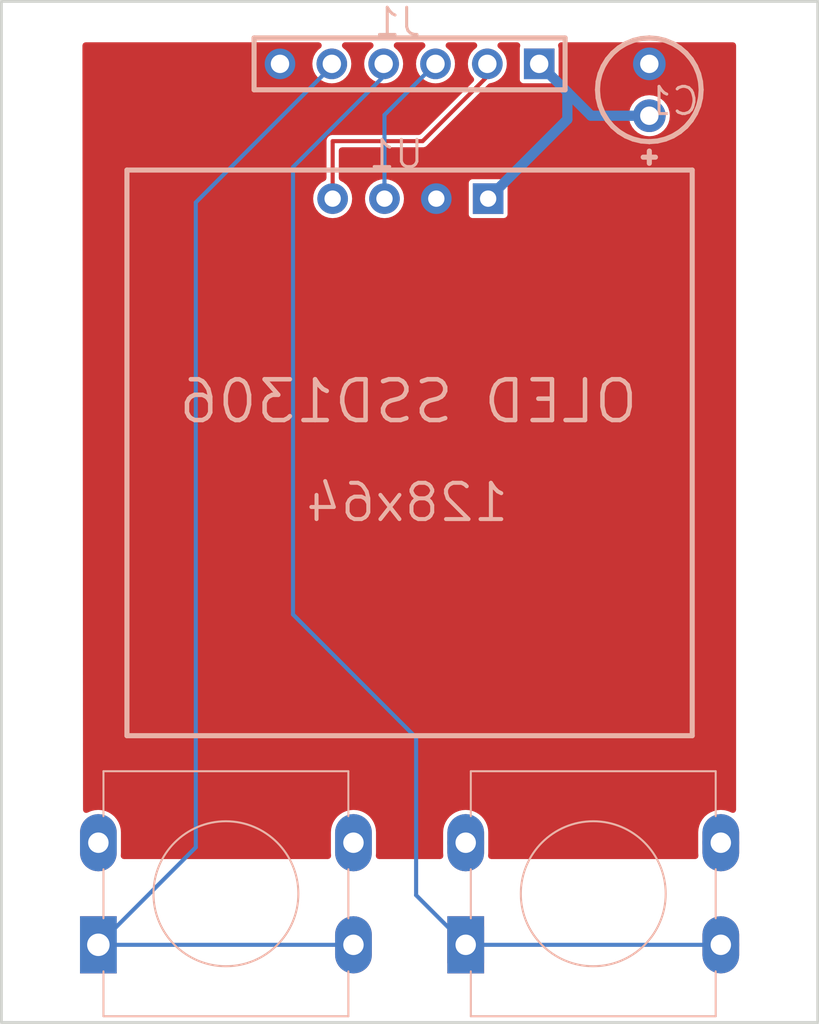
<source format=kicad_pcb>
(kicad_pcb (version 20240108) (generator "pcbnew") (generator_version "8.0")
  (layers (0 "F.Cu" signal) (31 "B.Cu" signal) (34 "B.Paste" user) (35 "F.Paste" user) (36 "B.SilkS" user "B.Silkscreen") (37 "F.SilkS" user "F.Silkscreen") (38 "B.Mask" user) (39 "F.Mask" user) (44 "Edge.Cuts" user))
  (net 0 "")
  (net 1 "Net_0")
  (net 2 "Net_1")
  (net 3 "Net_2")
  (net 4 "Net_3")
  (net 5 "Net_5")
  (net 6 "Net_6")
  (footprint "screenModule:PAD_PAD2" (layer "B.Cu") (at 145.7511 121.2011)
    (property "Reference" "PAD4" (hide yes))
    (property "Value" "PAD" (hide yes))
    (fp_poly (pts (xy 0.141157 1.388991) (xy 0.278311 1.355954) (xy 0.408457 1.301893) (xy 0.528588 1.227812) (xy 0.63671 1.13671) (xy 0.727812 1.028588) (xy 0.801893 0.908457) (xy 0.855954 0.778311) (xy 0.888991 0.641157) (xy 0.9 0.500039) (xy 0.9 -0.500039) (xy 0.888991 -0.641157) (xy 0.855954 -0.778311) (xy 0.801893 -0.908457) (xy 0.727812 -1.028588) (xy 0.63671 -1.13671) (xy 0.528588 -1.227812) (xy 0.408457 -1.301893) (xy 0.278311 -1.355954) (xy 0.141157 -1.388991) (xy 0 -1.400003) (xy -0.141157 -1.388991) (xy -0.278311 -1.355954) (xy -0.408457 -1.301893) (xy -0.528588 -1.227812) (xy -0.63671 -1.13671) (xy -0.727812 -1.028588) (xy -0.801893 -0.908457) (xy -0.855954 -0.778311) (xy -0.888991 -0.641157) (xy -0.9 -0.500039) (xy -0.9 0.500039) (xy -0.888991 0.641157) (xy -0.855954 0.778311) (xy -0.801893 0.908457) (xy -0.727812 1.028588) (xy -0.63671 1.13671) (xy -0.528588 1.227812) (xy -0.408457 1.301893) (xy -0.278311 1.355954) (xy -0.141157 1.388991) (xy 0 1.400003)) (fill solid) (layer "F.Cu"))
    (fp_poly (pts (xy 0.141157 1.388991) (xy 0.278311 1.355954) (xy 0.408457 1.301893) (xy 0.528588 1.227812) (xy 0.63671 1.13671) (xy 0.727812 1.028588) (xy 0.801893 0.908457) (xy 0.855954 0.778311) (xy 0.888991 0.641157) (xy 0.9 0.500039) (xy 0.9 -0.500039) (xy 0.888991 -0.641157) (xy 0.855954 -0.778311) (xy 0.801893 -0.908457) (xy 0.727812 -1.028588) (xy 0.63671 -1.13671) (xy 0.528588 -1.227812) (xy 0.408457 -1.301893) (xy 0.278311 -1.355954) (xy 0.141157 -1.388991) (xy 0 -1.400003) (xy -0.141157 -1.388991) (xy -0.278311 -1.355954) (xy -0.408457 -1.301893) (xy -0.528588 -1.227812) (xy -0.63671 -1.13671) (xy -0.727812 -1.028588) (xy -0.801893 -0.908457) (xy -0.855954 -0.778311) (xy -0.888991 -0.641157) (xy -0.9 -0.500039) (xy -0.9 0.500039) (xy -0.888991 0.641157) (xy -0.855954 0.778311) (xy -0.801893 0.908457) (xy -0.727812 1.028588) (xy -0.63671 1.13671) (xy -0.528588 1.227812) (xy -0.408457 1.301893) (xy -0.278311 1.355954) (xy -0.141157 1.388991) (xy 0 1.400003)) (fill solid) (layer "B.Cu"))
    (pad "2" thru_hole circle (at 0 0) (size 1.8 1.8) (drill 1) (layers "*.Cu"))
  )
  (footprint "screenModule:PAD_PAD2" (layer "B.Cu") (at 133.2511 121.2011)
    (property "Reference" "PAD3" (hide yes))
    (property "Value" "PAD" (hide yes))
    (fp_poly (pts (xy 0.141157 1.388991) (xy 0.278311 1.355954) (xy 0.408457 1.301893) (xy 0.528588 1.227812) (xy 0.63671 1.13671) (xy 0.727812 1.028588) (xy 0.801893 0.908457) (xy 0.855954 0.778311) (xy 0.888991 0.641157) (xy 0.9 0.500039) (xy 0.9 -0.500039) (xy 0.888991 -0.641157) (xy 0.855954 -0.778311) (xy 0.801893 -0.908457) (xy 0.727812 -1.028588) (xy 0.63671 -1.13671) (xy 0.528588 -1.227812) (xy 0.408457 -1.301893) (xy 0.278311 -1.355954) (xy 0.141157 -1.388991) (xy 0 -1.400003) (xy -0.141157 -1.388991) (xy -0.278311 -1.355954) (xy -0.408457 -1.301893) (xy -0.528588 -1.227812) (xy -0.63671 -1.13671) (xy -0.727812 -1.028588) (xy -0.801893 -0.908457) (xy -0.855954 -0.778311) (xy -0.888991 -0.641157) (xy -0.9 -0.500039) (xy -0.9 0.500039) (xy -0.888991 0.641157) (xy -0.855954 0.778311) (xy -0.801893 0.908457) (xy -0.727812 1.028588) (xy -0.63671 1.13671) (xy -0.528588 1.227812) (xy -0.408457 1.301893) (xy -0.278311 1.355954) (xy -0.141157 1.388991) (xy 0 1.400003)) (fill solid) (layer "F.Cu"))
    (fp_poly (pts (xy 0.141157 1.388991) (xy 0.278311 1.355954) (xy 0.408457 1.301893) (xy 0.528588 1.227812) (xy 0.63671 1.13671) (xy 0.727812 1.028588) (xy 0.801893 0.908457) (xy 0.855954 0.778311) (xy 0.888991 0.641157) (xy 0.9 0.500039) (xy 0.9 -0.500039) (xy 0.888991 -0.641157) (xy 0.855954 -0.778311) (xy 0.801893 -0.908457) (xy 0.727812 -1.028588) (xy 0.63671 -1.13671) (xy 0.528588 -1.227812) (xy 0.408457 -1.301893) (xy 0.278311 -1.355954) (xy 0.141157 -1.388991) (xy 0 -1.400003) (xy -0.141157 -1.388991) (xy -0.278311 -1.355954) (xy -0.408457 -1.301893) (xy -0.528588 -1.227812) (xy -0.63671 -1.13671) (xy -0.727812 -1.028588) (xy -0.801893 -0.908457) (xy -0.855954 -0.778311) (xy -0.888991 -0.641157) (xy -0.9 -0.500039) (xy -0.9 0.500039) (xy -0.888991 0.641157) (xy -0.855954 0.778311) (xy -0.801893 0.908457) (xy -0.727812 1.028588) (xy -0.63671 1.13671) (xy -0.528588 1.227812) (xy -0.408457 1.301893) (xy -0.278311 1.355954) (xy -0.141157 1.388991) (xy 0 1.400003)) (fill solid) (layer "B.Cu"))
    (pad "2" thru_hole circle (at 0 0) (size 1.8 1.8) (drill 1) (layers "*.Cu"))
  )
  (footprint "screenModule:PAD_PAD2" (layer "B.Cu") (at 145.7511 126.2011)
    (property "Reference" "PAD2" (hide yes))
    (property "Value" "PAD" (hide yes))
    (fp_poly (pts (xy 0.141157 1.388991) (xy 0.278311 1.355954) (xy 0.408457 1.301893) (xy 0.528588 1.227812) (xy 0.63671 1.13671) (xy 0.727812 1.028588) (xy 0.801893 0.908457) (xy 0.855954 0.778311) (xy 0.888991 0.641157) (xy 0.9 0.500039) (xy 0.9 -0.500039) (xy 0.888991 -0.641157) (xy 0.855954 -0.778311) (xy 0.801893 -0.908457) (xy 0.727812 -1.028588) (xy 0.63671 -1.13671) (xy 0.528588 -1.227812) (xy 0.408457 -1.301893) (xy 0.278311 -1.355954) (xy 0.141157 -1.388991) (xy 0 -1.400003) (xy -0.141157 -1.388991) (xy -0.278311 -1.355954) (xy -0.408457 -1.301893) (xy -0.528588 -1.227812) (xy -0.63671 -1.13671) (xy -0.727812 -1.028588) (xy -0.801893 -0.908457) (xy -0.855954 -0.778311) (xy -0.888991 -0.641157) (xy -0.9 -0.500039) (xy -0.9 0.500039) (xy -0.888991 0.641157) (xy -0.855954 0.778311) (xy -0.801893 0.908457) (xy -0.727812 1.028588) (xy -0.63671 1.13671) (xy -0.528588 1.227812) (xy -0.408457 1.301893) (xy -0.278311 1.355954) (xy -0.141157 1.388991) (xy 0 1.400003)) (fill solid) (layer "F.Cu"))
    (fp_poly (pts (xy 0.141157 1.388991) (xy 0.278311 1.355954) (xy 0.408457 1.301893) (xy 0.528588 1.227812) (xy 0.63671 1.13671) (xy 0.727812 1.028588) (xy 0.801893 0.908457) (xy 0.855954 0.778311) (xy 0.888991 0.641157) (xy 0.9 0.500039) (xy 0.9 -0.500039) (xy 0.888991 -0.641157) (xy 0.855954 -0.778311) (xy 0.801893 -0.908457) (xy 0.727812 -1.028588) (xy 0.63671 -1.13671) (xy 0.528588 -1.227812) (xy 0.408457 -1.301893) (xy 0.278311 -1.355954) (xy 0.141157 -1.388991) (xy 0 -1.400003) (xy -0.141157 -1.388991) (xy -0.278311 -1.355954) (xy -0.408457 -1.301893) (xy -0.528588 -1.227812) (xy -0.63671 -1.13671) (xy -0.727812 -1.028588) (xy -0.801893 -0.908457) (xy -0.855954 -0.778311) (xy -0.888991 -0.641157) (xy -0.9 -0.500039) (xy -0.9 0.500039) (xy -0.888991 0.641157) (xy -0.855954 0.778311) (xy -0.801893 0.908457) (xy -0.727812 1.028588) (xy -0.63671 1.13671) (xy -0.528588 1.227812) (xy -0.408457 1.301893) (xy -0.278311 1.355954) (xy -0.141157 1.388991) (xy 0 1.400003)) (fill solid) (layer "B.Cu"))
    (pad "2" thru_hole circle (at 0 0) (size 1.8 1.8) (drill 1) (layers "*.Cu") (net 5 "Net_5"))
  )
  (footprint "screenModule:PAD_PAD2" (layer "B.Cu") (at 163.7511 126.2011)
    (property "Reference" "PAD6" (hide yes))
    (property "Value" "PAD" (hide yes))
    (fp_poly (pts (xy 0.141157 1.388991) (xy 0.278311 1.355954) (xy 0.408457 1.301893) (xy 0.528588 1.227812) (xy 0.63671 1.13671) (xy 0.727812 1.028588) (xy 0.801893 0.908457) (xy 0.855954 0.778311) (xy 0.888991 0.641157) (xy 0.9 0.500039) (xy 0.9 -0.500039) (xy 0.888991 -0.641157) (xy 0.855954 -0.778311) (xy 0.801893 -0.908457) (xy 0.727812 -1.028588) (xy 0.63671 -1.13671) (xy 0.528588 -1.227812) (xy 0.408457 -1.301893) (xy 0.278311 -1.355954) (xy 0.141157 -1.388991) (xy 0 -1.400003) (xy -0.141157 -1.388991) (xy -0.278311 -1.355954) (xy -0.408457 -1.301893) (xy -0.528588 -1.227812) (xy -0.63671 -1.13671) (xy -0.727812 -1.028588) (xy -0.801893 -0.908457) (xy -0.855954 -0.778311) (xy -0.888991 -0.641157) (xy -0.9 -0.500039) (xy -0.9 0.500039) (xy -0.888991 0.641157) (xy -0.855954 0.778311) (xy -0.801893 0.908457) (xy -0.727812 1.028588) (xy -0.63671 1.13671) (xy -0.528588 1.227812) (xy -0.408457 1.301893) (xy -0.278311 1.355954) (xy -0.141157 1.388991) (xy 0 1.400003)) (fill solid) (layer "F.Cu"))
    (fp_poly (pts (xy 0.141157 1.388991) (xy 0.278311 1.355954) (xy 0.408457 1.301893) (xy 0.528588 1.227812) (xy 0.63671 1.13671) (xy 0.727812 1.028588) (xy 0.801893 0.908457) (xy 0.855954 0.778311) (xy 0.888991 0.641157) (xy 0.9 0.500039) (xy 0.9 -0.500039) (xy 0.888991 -0.641157) (xy 0.855954 -0.778311) (xy 0.801893 -0.908457) (xy 0.727812 -1.028588) (xy 0.63671 -1.13671) (xy 0.528588 -1.227812) (xy 0.408457 -1.301893) (xy 0.278311 -1.355954) (xy 0.141157 -1.388991) (xy 0 -1.400003) (xy -0.141157 -1.388991) (xy -0.278311 -1.355954) (xy -0.408457 -1.301893) (xy -0.528588 -1.227812) (xy -0.63671 -1.13671) (xy -0.727812 -1.028588) (xy -0.801893 -0.908457) (xy -0.855954 -0.778311) (xy -0.888991 -0.641157) (xy -0.9 -0.500039) (xy -0.9 0.500039) (xy -0.888991 0.641157) (xy -0.855954 0.778311) (xy -0.801893 0.908457) (xy -0.727812 1.028588) (xy -0.63671 1.13671) (xy -0.528588 1.227812) (xy -0.408457 1.301893) (xy -0.278311 1.355954) (xy -0.141157 1.388991) (xy 0 1.400003)) (fill solid) (layer "B.Cu"))
    (pad "2" thru_hole circle (at 0 0) (size 1.8 1.8) (drill 1) (layers "*.Cu") (net 6 "Net_6"))
  )
  (footprint "screenModule:HDR-1x6" (layer "B.Cu") (at 148.5011 83.0611 180)
    (property "Reference" "J1" (hide yes))
    (property "Value" "HDR-1X6" (hide yes))
    (fp_line (start 7.62 1.27) (end 7.62 -1.27) (stroke (width 0.25)) (layer "B.SilkS"))
    (fp_line (start 7.62 1.27) (end -7.62 1.27) (stroke (width 0.25)) (layer "B.SilkS"))
    (fp_line (start 7.62 -1.27) (end -7.62 -1.27) (stroke (width 0.25)) (layer "B.SilkS"))
    (fp_line (start -7.62 1.27) (end -7.62 -1.27) (stroke (width 0.25)) (layer "B.SilkS"))
    (pad "1" thru_hole rect (at -6.35 0 180) (size 1.5 1.5) (drill 0.9) (layers "*.Cu" "*.Mask") (net 2 "Net_1"))
    (pad "2" thru_hole circle (at -3.81 0 180) (size 1.5 1.5) (drill 0.9) (layers "*.Cu" "*.Mask") (net 3 "Net_2"))
    (pad "3" thru_hole circle (at -1.27 0 180) (size 1.5 1.5) (drill 0.9) (layers "*.Cu" "*.Mask") (net 4 "Net_3"))
    (pad "4" thru_hole circle (at 1.27 0 180) (size 1.5 1.5) (drill 0.9) (layers "*.Cu" "*.Mask") (net 6 "Net_6"))
    (pad "5" thru_hole circle (at 3.81 0 180) (size 1.5 1.5) (drill 0.9) (layers "*.Cu" "*.Mask") (net 5 "Net_5"))
    (pad "6" thru_hole circle (at 6.35 0 180) (size 1.5 1.5) (drill 0.9) (layers "*.Cu" "*.Mask") (net 1 "Net_0"))
  )
  (footprint "screenModule:CAPPR-2.54_5.08" (layer "B.Cu") (at 160.2486 84.3311 90)
    (property "Reference" "C1" (hide yes))
    (property "Value" "4.7uF" (hide yes))
    (fp_line (start 0.001 -2.54) (end -0.396 -2.509) (stroke (width 0.25)) (layer "B.SilkS"))
    (fp_line (start 0.398 -2.509) (end 0.001 -2.54) (stroke (width 0.25)) (layer "B.SilkS"))
    (fp_line (start -0.396 -2.509) (end -0.784 -2.416) (stroke (width 0.25)) (layer "B.SilkS"))
    (fp_line (start 0.785 -2.416) (end 0.398 -2.509) (stroke (width 0.25)) (layer "B.SilkS"))
    (fp_line (start -0.784 -2.416) (end -1.152 -2.263) (stroke (width 0.25)) (layer "B.SilkS"))
    (fp_line (start 1.153 -2.263) (end 0.785 -2.416) (stroke (width 0.25)) (layer "B.SilkS"))
    (fp_line (start -1.152 -2.263) (end -1.492 -2.055) (stroke (width 0.25)) (layer "B.SilkS"))
    (fp_line (start 1.493 -2.055) (end 1.153 -2.263) (stroke (width 0.25)) (layer "B.SilkS"))
    (fp_line (start -1.492 -2.055) (end -1.795 -1.796) (stroke (width 0.25)) (layer "B.SilkS"))
    (fp_line (start 1.796 -1.796) (end 1.493 -2.055) (stroke (width 0.25)) (layer "B.SilkS"))
    (fp_line (start -1.795 -1.796) (end -2.053 -1.493) (stroke (width 0.25)) (layer "B.SilkS"))
    (fp_line (start 2.055 -1.493) (end 1.796 -1.796) (stroke (width 0.25)) (layer "B.SilkS"))
    (fp_line (start -2.053 -1.493) (end -2.262 -1.154) (stroke (width 0.25)) (layer "B.SilkS"))
    (fp_line (start 2.263 -1.154) (end 2.055 -1.493) (stroke (width 0.25)) (layer "B.SilkS"))
    (fp_line (start -2.262 -1.154) (end -2.414 -0.786) (stroke (width 0.25)) (layer "B.SilkS"))
    (fp_line (start 2.416 -0.786) (end 2.263 -1.154) (stroke (width 0.25)) (layer "B.SilkS"))
    (fp_line (start -2.414 -0.786) (end -2.507 -0.398) (stroke (width 0.25)) (layer "B.SilkS"))
    (fp_line (start 2.509 -0.398) (end 2.416 -0.786) (stroke (width 0.25)) (layer "B.SilkS"))
    (fp_line (start -2.507 -0.398) (end -2.538 -0.001) (stroke (width 0.25)) (layer "B.SilkS"))
    (fp_line (start 2.54 -0.001) (end 2.509 -0.398) (stroke (width 0.25)) (layer "B.SilkS"))
    (fp_line (start -2.538 -0.001) (end -2.538 0.001) (stroke (width 0.25)) (layer "B.SilkS"))
    (fp_line (start -2.999 0) (end -3.599 0) (stroke (width 0.25)) (layer "B.SilkS"))
    (fp_line (start 2.54 0.001) (end 2.54 -0.001) (stroke (width 0.25)) (layer "B.SilkS"))
    (fp_line (start -2.538 0.001) (end -2.507 0.398) (stroke (width 0.25)) (layer "B.SilkS"))
    (fp_line (start -3.299 0.3) (end -3.299 -0.3) (stroke (width 0.25)) (layer "B.SilkS"))
    (fp_line (start 2.509 0.398) (end 2.54 0.001) (stroke (width 0.25)) (layer "B.SilkS"))
    (fp_line (start -2.507 0.398) (end -2.414 0.786) (stroke (width 0.25)) (layer "B.SilkS"))
    (fp_line (start 2.416 0.786) (end 2.509 0.398) (stroke (width 0.25)) (layer "B.SilkS"))
    (fp_line (start -2.414 0.786) (end -2.262 1.154) (stroke (width 0.25)) (layer "B.SilkS"))
    (fp_line (start 2.263 1.154) (end 2.416 0.786) (stroke (width 0.25)) (layer "B.SilkS"))
    (fp_line (start -2.262 1.154) (end -2.053 1.493) (stroke (width 0.25)) (layer "B.SilkS"))
    (fp_line (start 2.055 1.493) (end 2.263 1.154) (stroke (width 0.25)) (layer "B.SilkS"))
    (fp_line (start -2.053 1.493) (end -1.795 1.796) (stroke (width 0.25)) (layer "B.SilkS"))
    (fp_line (start 1.796 1.796) (end 2.055 1.493) (stroke (width 0.25)) (layer "B.SilkS"))
    (fp_line (start -1.795 1.796) (end -1.492 2.055) (stroke (width 0.25)) (layer "B.SilkS"))
    (fp_line (start 1.493 2.055) (end 1.796 1.796) (stroke (width 0.25)) (layer "B.SilkS"))
    (fp_line (start -1.492 2.055) (end -1.152 2.263) (stroke (width 0.25)) (layer "B.SilkS"))
    (fp_line (start 1.153 2.263) (end 1.493 2.055) (stroke (width 0.25)) (layer "B.SilkS"))
    (fp_line (start -1.152 2.263) (end -0.784 2.416) (stroke (width 0.25)) (layer "B.SilkS"))
    (fp_line (start 0.785 2.416) (end 1.153 2.263) (stroke (width 0.25)) (layer "B.SilkS"))
    (fp_line (start -0.784 2.416) (end -0.396 2.509) (stroke (width 0.25)) (layer "B.SilkS"))
    (fp_line (start 0.398 2.509) (end 0.785 2.416) (stroke (width 0.25)) (layer "B.SilkS"))
    (fp_line (start -0.396 2.509) (end 0.001 2.54) (stroke (width 0.25)) (layer "B.SilkS"))
    (fp_line (start 0.001 2.54) (end 0.398 2.509) (stroke (width 0.25)) (layer "B.SilkS"))
    (pad "1" thru_hole circle (at -1.27 0 90) (size 1.6 1.6) (drill 0.9) (layers "*.Cu" "*.Mask") (net 2 "Net_1"))
    (pad "2" thru_hole circle (at 1.27 0 90) (size 1.6 1.6) (drill 0.9) (layers "*.Cu" "*.Mask") (net 1 "Net_0"))
  )
  (footprint "screenModule:PAD_PAD2" (layer "B.Cu") (at 163.7511 121.2011)
    (property "Reference" "PAD8" (hide yes))
    (property "Value" "PAD" (hide yes))
    (fp_poly (pts (xy 0.141157 1.388991) (xy 0.278311 1.355954) (xy 0.408457 1.301893) (xy 0.528588 1.227812) (xy 0.63671 1.13671) (xy 0.727812 1.028588) (xy 0.801893 0.908457) (xy 0.855954 0.778311) (xy 0.888991 0.641157) (xy 0.9 0.500039) (xy 0.9 -0.500039) (xy 0.888991 -0.641157) (xy 0.855954 -0.778311) (xy 0.801893 -0.908457) (xy 0.727812 -1.028588) (xy 0.63671 -1.13671) (xy 0.528588 -1.227812) (xy 0.408457 -1.301893) (xy 0.278311 -1.355954) (xy 0.141157 -1.388991) (xy 0 -1.400003) (xy -0.141157 -1.388991) (xy -0.278311 -1.355954) (xy -0.408457 -1.301893) (xy -0.528588 -1.227812) (xy -0.63671 -1.13671) (xy -0.727812 -1.028588) (xy -0.801893 -0.908457) (xy -0.855954 -0.778311) (xy -0.888991 -0.641157) (xy -0.9 -0.500039) (xy -0.9 0.500039) (xy -0.888991 0.641157) (xy -0.855954 0.778311) (xy -0.801893 0.908457) (xy -0.727812 1.028588) (xy -0.63671 1.13671) (xy -0.528588 1.227812) (xy -0.408457 1.301893) (xy -0.278311 1.355954) (xy -0.141157 1.388991) (xy 0 1.400003)) (fill solid) (layer "F.Cu"))
    (fp_poly (pts (xy 0.141157 1.388991) (xy 0.278311 1.355954) (xy 0.408457 1.301893) (xy 0.528588 1.227812) (xy 0.63671 1.13671) (xy 0.727812 1.028588) (xy 0.801893 0.908457) (xy 0.855954 0.778311) (xy 0.888991 0.641157) (xy 0.9 0.500039) (xy 0.9 -0.500039) (xy 0.888991 -0.641157) (xy 0.855954 -0.778311) (xy 0.801893 -0.908457) (xy 0.727812 -1.028588) (xy 0.63671 -1.13671) (xy 0.528588 -1.227812) (xy 0.408457 -1.301893) (xy 0.278311 -1.355954) (xy 0.141157 -1.388991) (xy 0 -1.400003) (xy -0.141157 -1.388991) (xy -0.278311 -1.355954) (xy -0.408457 -1.301893) (xy -0.528588 -1.227812) (xy -0.63671 -1.13671) (xy -0.727812 -1.028588) (xy -0.801893 -0.908457) (xy -0.855954 -0.778311) (xy -0.888991 -0.641157) (xy -0.9 -0.500039) (xy -0.9 0.500039) (xy -0.888991 0.641157) (xy -0.855954 0.778311) (xy -0.801893 0.908457) (xy -0.727812 1.028588) (xy -0.63671 1.13671) (xy -0.528588 1.227812) (xy -0.408457 1.301893) (xy -0.278311 1.355954) (xy -0.141157 1.388991) (xy 0 1.400003)) (fill solid) (layer "B.Cu"))
    (pad "2" thru_hole circle (at 0 0) (size 1.8 1.8) (drill 1) (layers "*.Cu"))
  )
  (footprint "screenModule:OLED_SSD1306" (layer "B.Cu") (at 148.5011 102.1111 180)
    (property "Reference" "U1" (hide yes))
    (property "Value" "OLED SSD1306 128X64" (hide yes))
    (fp_line (start 13.85 13.85) (end -13.85 13.85) (stroke (width 0.25)) (layer "B.SilkS"))
    (fp_line (start 13.85 -13.85) (end 13.85 13.85) (stroke (width 0.25)) (layer "B.SilkS"))
    (fp_line (start -13.85 13.85) (end -13.85 -13.85) (stroke (width 0.25)) (layer "B.SilkS"))
    (fp_line (start -13.85 -13.85) (end 13.85 -13.85) (stroke (width 0.25)) (layer "B.SilkS"))
    (fp_text user "128x64" (at -4.961 -1.391 0) (layer "B.SilkS") (effects (font (size 1.7766 1.7766) (thickness 0.1974)) (justify left top mirror)))
    (pad "1" thru_hole rect (at -3.85 12.45 180) (size 1.5 1.5) (drill 0.8) (layers "*.Cu" "*.Mask") (net 2 "Net_1"))
    (pad "2" thru_hole circle (at -1.31 12.45 180) (size 1.5 1.5) (drill 0.8) (layers "*.Cu" "*.Mask") (net 1 "Net_0"))
    (pad "3" thru_hole circle (at 1.23 12.45 180) (size 1.5 1.5) (drill 0.8) (layers "*.Cu" "*.Mask") (net 4 "Net_3"))
    (pad "4" thru_hole circle (at 3.77 12.45 180) (size 1.5 1.5) (drill 0.8) (layers "*.Cu" "*.Mask") (net 3 "Net_2"))
  )
  (footprint "screenModule:PAD" (layer "B.Cu") (at 151.2511 126.2011)
    (property "Reference" "PAD5" (hide yes))
    (property "Value" "PAD" (hide yes))
    (fp_poly (pts (xy 0.9 -1.4) (xy -0.9 -1.4) (xy -0.9 1.4) (xy 0.9 1.4)) (fill solid) (layer "F.Cu"))
    (fp_poly (pts (xy 0.9 -1.4) (xy -0.9 -1.4) (xy -0.9 1.4) (xy 0.9 1.4)) (fill solid) (layer "B.Cu"))
    (pad "1" thru_hole rect (at 0 0) (size 1.8 1.8) (drill 1) (layers "*.Cu") (net 6 "Net_6"))
  )
  (footprint "screenModule:PAD_PAD1" (layer "B.Cu") (at 133.2511 126.2011)
    (property "Reference" "PAD1" (hide yes))
    (property "Value" "PAD" (hide yes))
    (fp_poly (pts (xy 0.9 -1.4) (xy -0.9 -1.4) (xy -0.9 1.4) (xy 0.9 1.4)) (fill solid) (layer "F.Cu"))
    (fp_poly (pts (xy 0.9 -1.4) (xy -0.9 -1.4) (xy -0.9 1.4) (xy 0.9 1.4)) (fill solid) (layer "B.Cu"))
    (pad "1" thru_hole rect (at 0 0) (size 1.8 1.8) (drill 1.1) (layers "*.Cu") (net 5 "Net_5"))
  )
  (footprint "screenModule:PAD_PAD2" (layer "B.Cu") (at 151.2511 121.2011)
    (property "Reference" "PAD7" (hide yes))
    (property "Value" "PAD" (hide yes))
    (fp_poly (pts (xy 0.141157 1.388991) (xy 0.278311 1.355954) (xy 0.408457 1.301893) (xy 0.528588 1.227812) (xy 0.63671 1.13671) (xy 0.727812 1.028588) (xy 0.801893 0.908457) (xy 0.855954 0.778311) (xy 0.888991 0.641157) (xy 0.9 0.500039) (xy 0.9 -0.500039) (xy 0.888991 -0.641157) (xy 0.855954 -0.778311) (xy 0.801893 -0.908457) (xy 0.727812 -1.028588) (xy 0.63671 -1.13671) (xy 0.528588 -1.227812) (xy 0.408457 -1.301893) (xy 0.278311 -1.355954) (xy 0.141157 -1.388991) (xy 0 -1.400003) (xy -0.141157 -1.388991) (xy -0.278311 -1.355954) (xy -0.408457 -1.301893) (xy -0.528588 -1.227812) (xy -0.63671 -1.13671) (xy -0.727812 -1.028588) (xy -0.801893 -0.908457) (xy -0.855954 -0.778311) (xy -0.888991 -0.641157) (xy -0.9 -0.500039) (xy -0.9 0.500039) (xy -0.888991 0.641157) (xy -0.855954 0.778311) (xy -0.801893 0.908457) (xy -0.727812 1.028588) (xy -0.63671 1.13671) (xy -0.528588 1.227812) (xy -0.408457 1.301893) (xy -0.278311 1.355954) (xy -0.141157 1.388991) (xy 0 1.400003)) (fill solid) (layer "F.Cu"))
    (fp_poly (pts (xy 0.141157 1.388991) (xy 0.278311 1.355954) (xy 0.408457 1.301893) (xy 0.528588 1.227812) (xy 0.63671 1.13671) (xy 0.727812 1.028588) (xy 0.801893 0.908457) (xy 0.855954 0.778311) (xy 0.888991 0.641157) (xy 0.9 0.500039) (xy 0.9 -0.500039) (xy 0.888991 -0.641157) (xy 0.855954 -0.778311) (xy 0.801893 -0.908457) (xy 0.727812 -1.028588) (xy 0.63671 -1.13671) (xy 0.528588 -1.227812) (xy 0.408457 -1.301893) (xy 0.278311 -1.355954) (xy 0.141157 -1.388991) (xy 0 -1.400003) (xy -0.141157 -1.388991) (xy -0.278311 -1.355954) (xy -0.408457 -1.301893) (xy -0.528588 -1.227812) (xy -0.63671 -1.13671) (xy -0.727812 -1.028588) (xy -0.801893 -0.908457) (xy -0.855954 -0.778311) (xy -0.888991 -0.641157) (xy -0.9 -0.500039) (xy -0.9 0.500039) (xy -0.888991 0.641157) (xy -0.855954 0.778311) (xy -0.801893 0.908457) (xy -0.727812 1.028588) (xy -0.63671 1.13671) (xy -0.528588 1.227812) (xy -0.408457 1.301893) (xy -0.278311 1.355954) (xy -0.141157 1.388991) (xy 0 1.400003)) (fill solid) (layer "B.Cu"))
    (pad "2" thru_hole circle (at 0 0) (size 1.8 1.8) (drill 1) (layers "*.Cu"))
  )
  (gr_circle (center 157.5011 123.7006) (end 161.0511 123.7006) (stroke (width -0.333)) (fill none) (layer "B.SilkS"))
  (gr_line (start 133.5011 117.7006) (end 145.5011 117.7006) (stroke (width 0.1)) (layer "B.SilkS"))
  (gr_line (start 133.5011 127.5016) (end 133.5011 129.7006) (stroke (width 0.1)) (layer "B.SilkS"))
  (gr_circle (center 139.5011 123.7006) (end 143.0511 123.7006) (stroke (width -0.333)) (fill none) (layer "B.SilkS"))
  (gr_line (start 163.5011 124.9016) (end 163.5011 122.5006) (stroke (width 0.1)) (layer "B.SilkS"))
  (gr_line (start 151.5011 122.5006) (end 151.5011 124.9016) (stroke (width 0.1)) (layer "B.SilkS"))
  (gr_line (start 163.5011 129.7006) (end 163.5011 127.5016) (stroke (width 0.1)) (layer "B.SilkS"))
  (gr_line (start 133.5011 122.5006) (end 133.5011 124.9016) (stroke (width 0.1)) (layer "B.SilkS"))
  (gr_line (start 151.5011 119.9006) (end 151.5011 117.7006) (stroke (width 0.1)) (layer "B.SilkS"))
  (gr_line (start 145.5011 117.7006) (end 145.5011 119.9006) (stroke (width 0.1)) (layer "B.SilkS"))
  (gr_line (start 133.5011 119.9006) (end 133.5011 117.7006) (stroke (width 0.1)) (layer "B.SilkS"))
  (gr_line (start 145.5011 124.9016) (end 145.5011 122.5006) (stroke (width 0.1)) (layer "B.SilkS"))
  (gr_line (start 145.5011 129.7006) (end 145.5011 127.5016) (stroke (width 0.1)) (layer "B.SilkS"))
  (gr_line (start 151.5011 129.7006) (end 163.5011 129.7006) (stroke (width 0.1)) (layer "B.SilkS"))
  (gr_line (start 163.5011 117.7006) (end 163.5011 119.9006) (stroke (width 0.1)) (layer "B.SilkS"))
  (gr_line (start 133.5011 129.7006) (end 145.5011 129.7006) (stroke (width 0.1)) (layer "B.SilkS"))
  (gr_line (start 151.5011 117.7006) (end 163.5011 117.7006) (stroke (width 0.1)) (layer "B.SilkS"))
  (gr_line (start 151.5011 127.5016) (end 151.5011 129.7006) (stroke (width 0.1)) (layer "B.SilkS"))
  (gr_line (start 128.5011 130.0036) (end 128.5011 80.0036) (stroke (width 0.14)) (layer "Edge.Cuts"))
  (gr_line (start 128.5011 80.0036) (end 168.5011 80.0036) (stroke (width 0.14)) (layer "Edge.Cuts"))
  (gr_line (start 168.5011 80.0036) (end 168.5011 130.0036) (stroke (width 0.14)) (layer "Edge.Cuts"))
  (gr_line (start 168.5011 130.0036) (end 128.5011 130.0036) (stroke (width 0.14)) (layer "Edge.Cuts"))
  (gr_text "" (at 162.3511 88.2606 360) (layer "B.SilkS") (effects (font (size 0.001 0.001)) (justify left mirror)))
  (gr_text "J1" (at 149.1531 81.7916 360) (layer "B.SilkS") (effects (font (size 1.332 1.332) (thickness 0.148)) (justify left bottom mirror)))
  (gr_text "" (at 159.9481 87.6306 0) (layer "B.SilkS") (effects (font (size 0.001 0.001)) (justify left mirror)))
  (gr_text "" (at 156.1211 84.3306 360) (layer "B.SilkS") (effects (font (size 0.001 0.001)) (justify left mirror)))
  (gr_text "" (at 156.1211 84.3306 360) (layer "B.SilkS") (effects (font (size 0.001 0.001)) (justify left mirror)))
  (gr_text "OLED SSD1306" (at 159.8111 98.4216 360) (layer "B.SilkS") (effects (font (size 1.998 1.998) (thickness 0.222)) (justify left top mirror)))
  (gr_text "C1" (at 162.7881 85.6646 0) (layer "B.SilkS") (effects (font (size 1.332 1.332) (thickness 0.148)) (justify left bottom mirror)))
  (gr_text "U1" (at 149.2751 88.2606 360) (layer "B.SilkS") (effects (font (size 1.332 1.332) (thickness 0.148)) (justify left bottom mirror)))
  (gr_text "" (at 140.8811 84.3306 360) (layer "B.SilkS") (effects (font (size 0.001 0.001)) (justify left mirror)))
  (gr_text "" (at 160.2481 87.9306 0) (layer "B.SilkS") (effects (font (size 0.001 0.001)) (justify left mirror)))
  (gr_text "" (at 156.1211 81.7916 360) (layer "B.SilkS") (effects (font (size 0.001 0.001)) (justify left mirror)))
  (gr_text "" (at 162.7881 81.7916 0) (layer "B.SilkS") (effects (font (size 0.001 0.001)) (justify left mirror)))
  (segment (start 160.2486 85.6011) (end 157.3911 85.6011) (width 0.5) (layer "B.Cu") (net 2))
  (segment (start 156.233467 85.778733) (end 152.3511 89.6611) (width 0.5) (layer "B.Cu") (net 2))
  (segment (start 156.233467 84.443467) (end 156.233467 84.443467) (width 0.5) (layer "B.Cu") (net 2))
  (segment (start 156.233467 84.443467) (end 154.8511 83.0611) (width 0.5) (layer "B.Cu") (net 2))
  (segment (start 157.3911 85.6011) (end 156.233467 84.443467) (width 0.5) (layer "B.Cu") (net 2))
  (segment (start 156.233467 84.443467) (end 156.233467 85.778733) (width 0.5) (layer "B.Cu") (net 2))
  (segment (start 152.3111 83.0611) (end 152.3111 83.6736) (width 0.2) (layer "F.Cu") (net 3))
  (segment (start 144.7311 86.8461) (end 144.7311 89.6611) (width 0.2) (layer "F.Cu") (net 3))
  (segment (start 149.1386 86.8461) (end 144.7311 86.8461) (width 0.2) (layer "F.Cu") (net 3))
  (segment (start 152.3111 83.6736) (end 149.1386 86.8461) (width 0.2) (layer "F.Cu") (net 3))
  (segment (start 147.2711 89.6611) (end 147.2711 85.5611) (width 0.2) (layer "B.Cu") (net 4))
  (segment (start 147.2711 85.5611) (end 149.7711 83.0611) (width 0.2) (layer "B.Cu") (net 4))
  (segment (start 133.2511 126.2011) (end 145.7511 126.2011) (width 0.2) (layer "B.Cu") (net 5))
  (segment (start 144.6911 83.1811) (end 138.0261 89.8461) (width 0.2) (layer "B.Cu") (net 5))
  (segment (start 138.0261 89.8461) (end 138.0261 121.4261) (width 0.2) (layer "B.Cu") (net 5))
  (segment (start 138.0261 121.4261) (end 133.2511 126.2011) (width 0.2) (layer "B.Cu") (net 5))
  (segment (start 144.6911 83.0611) (end 144.6911 83.1811) (width 0.2) (layer "B.Cu") (net 5))
  (segment (start 148.8211 116.0561) (end 148.8211 123.7711) (width 0.2) (layer "B.Cu") (net 6))
  (segment (start 142.7886 110.0236) (end 148.8211 116.0561) (width 0.2) (layer "B.Cu") (net 6))
  (segment (start 147.2311 83.0611) (end 147.2311 83.6736) (width 0.2) (layer "B.Cu") (net 6))
  (segment (start 147.2311 83.6736) (end 142.7886 88.1161) (width 0.2) (layer "B.Cu") (net 6))
  (segment (start 142.7886 88.1161) (end 142.7886 110.0236) (width 0.2) (layer "B.Cu") (net 6))
  (segment (start 151.2511 126.2011) (end 163.7511 126.2011) (width 0.2) (layer "B.Cu") (net 6))
  (segment (start 148.8211 123.7711) (end 151.2511 126.2011) (width 0.2) (layer "B.Cu") (net 6))
  (zone (net 1) (net_name "Net_0") (layer "F.Cu") (priority 5) (connect_pads yes (clearance 0.33)) (min_thickness 0.3175) (fill yes (thermal_gap 0.5) (thermal_bridge_width 0.5) (island_removal_mode 1) (island_area_min 10))
    (polygon (pts (xy 164.5011 122.0036) (xy 132.501099 122.0036) (xy 132.47 82.0036) (xy 164.5011 82.0036)))
  )
)
</source>
